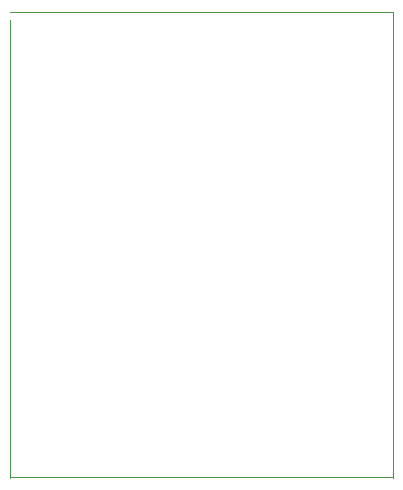
<source format=gbr>
G04 #@! TF.FileFunction,Profile,NP*
%FSLAX46Y46*%
G04 Gerber Fmt 4.6, Leading zero omitted, Abs format (unit mm)*
G04 Created by KiCad (PCBNEW (2015-06-25 BZR 5821)-product) date Tue 19 Apr 2016 11:43:48 CEST*
%MOMM*%
G01*
G04 APERTURE LIST*
%ADD10C,0.100000*%
G04 APERTURE END LIST*
D10*
X142240000Y-101600000D02*
X109855000Y-101600000D01*
X142250000Y-141000000D02*
X142240000Y-101600000D01*
X109855000Y-140970000D02*
X142240000Y-140970000D01*
X109855000Y-102265000D02*
X109855000Y-141000000D01*
M02*

</source>
